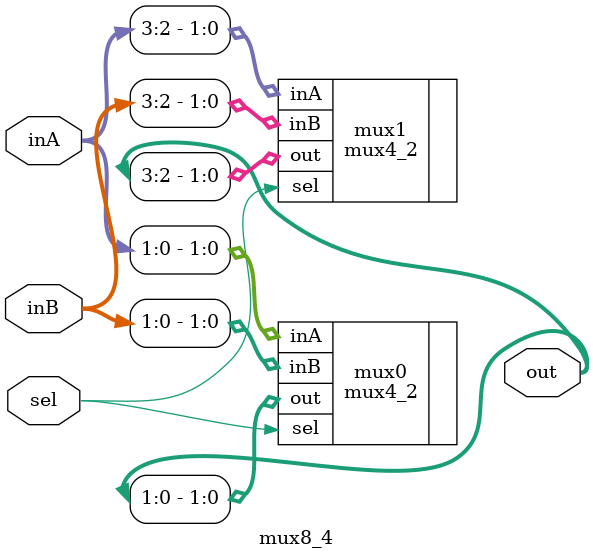
<source format=v>
module mux8_4 (inA, inB, sel, out);

    input [3:0] inA;
    input [3:0] inB;
    input sel;
    
    output [3:0] out;
    
    mux4_2 mux0 (.inA(inA[1:0]), .inB(inB[1:0]), .sel(sel), .out(out[1:0]));
    mux4_2 mux1 (.inA(inA[3:2]), .inB(inB[3:2]), .sel(sel), .out(out[3:2]));

endmodule

</source>
